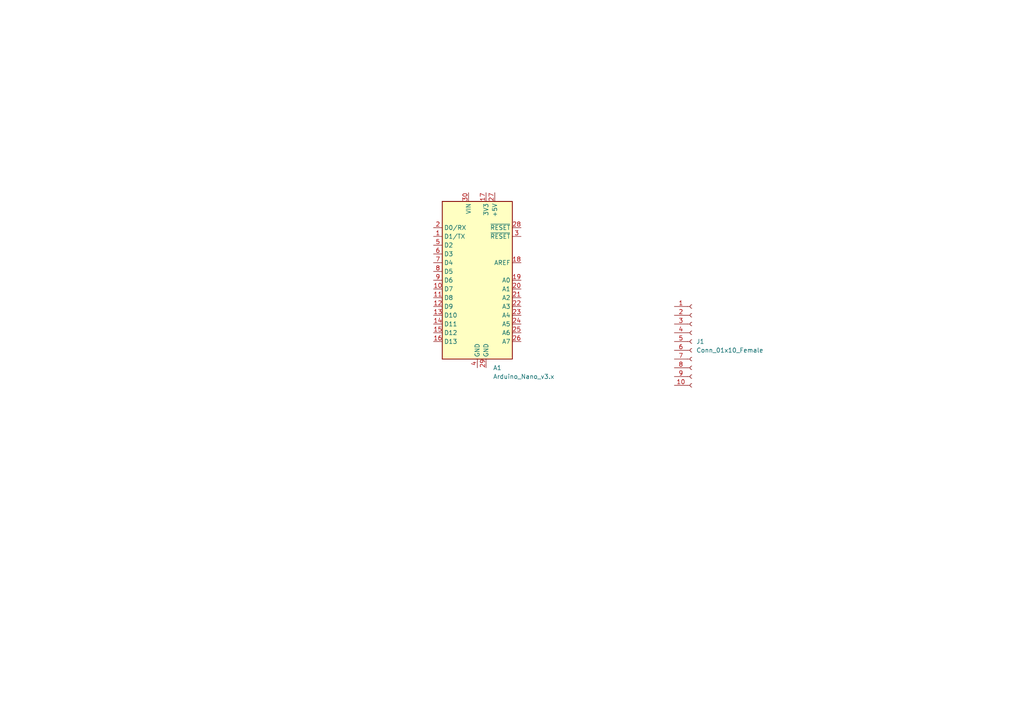
<source format=kicad_sch>
(kicad_sch (version 20211123) (generator eeschema)
  (paper "A4")
  (lib_symbols
    (symbol "Connector:Conn_01x10_Female" (pin_names (offset 1.016) hide)
      (property "Reference" "J" (at 0 12.7 0))
      (property "Value" "Conn_01x10_Female" (at 0 -15.24 0))
      (symbol "Conn_01x10_Female_1_1"
        (arc (start 0 -12.192) (mid -0.508 -12.7) (end 0 -13.208) (stroke (width 0.1524)))
        (arc (start 0 -9.652) (mid -0.508 -10.16) (end 0 -10.668) (stroke (width 0.1524)))
        (arc (start 0 -7.112) (mid -0.508 -7.62) (end 0 -8.128) (stroke (width 0.1524)))
        (arc (start 0 -4.572) (mid -0.508 -5.08) (end 0 -5.588) (stroke (width 0.1524)))
        (arc (start 0 -2.032) (mid -0.508 -2.54) (end 0 -3.048) (stroke (width 0.1524)))
        (polyline (pts (xy -1.27 -12.7) (xy -0.508 -12.7)) (stroke (width 0.1524)))
        (polyline (pts (xy -1.27 -10.16) (xy -0.508 -10.16)) (stroke (width 0.1524)))
        (polyline (pts (xy -1.27 -7.62) (xy -0.508 -7.62)) (stroke (width 0.1524)))
        (polyline (pts (xy -1.27 -5.08) (xy -0.508 -5.08)) (stroke (width 0.1524)))
        (polyline (pts (xy -1.27 -2.54) (xy -0.508 -2.54)) (stroke (width 0.1524)))
        (polyline (pts (xy -1.27 0) (xy -0.508 0)) (stroke (width 0.1524)))
        (polyline (pts (xy -1.27 2.54) (xy -0.508 2.54)) (stroke (width 0.1524)))
        (polyline (pts (xy -1.27 5.08) (xy -0.508 5.08)) (stroke (width 0.1524)))
        (polyline (pts (xy -1.27 7.62) (xy -0.508 7.62)) (stroke (width 0.1524)))
        (polyline (pts (xy -1.27 10.16) (xy -0.508 10.16)) (stroke (width 0.1524)))
        (arc (start 0 0.508) (mid -0.508 0) (end 0 -0.508) (stroke (width 0.1524)))
        (arc (start 0 3.048) (mid -0.508 2.54) (end 0 2.032) (stroke (width 0.1524)))
        (arc (start 0 5.588) (mid -0.508 5.08) (end 0 4.572) (stroke (width 0.1524)))
        (arc (start 0 8.128) (mid -0.508 7.62) (end 0 7.112) (stroke (width 0.1524)))
        (arc (start 0 10.668) (mid -0.508 10.16) (end 0 9.652) (stroke (width 0.1524)))
        (pin passive line (at -5.08 10.16 0) (length 3.81) (name "Pin_1") (number "1"))
        (pin passive line (at -5.08 -12.7 0) (length 3.81) (name "Pin_10") (number "10"))
        (pin passive line (at -5.08 7.62 0) (length 3.81) (name "Pin_2") (number "2"))
        (pin passive line (at -5.08 5.08 0) (length 3.81) (name "Pin_3") (number "3"))
        (pin passive line (at -5.08 2.54 0) (length 3.81) (name "Pin_4") (number "4"))
        (pin passive line (at -5.08 0 0) (length 3.81) (name "Pin_5") (number "5"))
        (pin passive line (at -5.08 -2.54 0) (length 3.81) (name "Pin_6") (number "6"))
        (pin passive line (at -5.08 -5.08 0) (length 3.81) (name "Pin_7") (number "7"))
        (pin passive line (at -5.08 -7.62 0) (length 3.81) (name "Pin_8") (number "8"))
        (pin passive line (at -5.08 -10.16 0) (length 3.81) (name "Pin_9") (number "9"))
      )
    )
    (symbol "MCU_Module:Arduino_Nano_v3.x"
      (property "Reference" "A" (at -10.16 23.495 0))
      (property "Value" "Arduino_Nano_v3.x" (at 5.08 -24.13 0))
      (symbol "Arduino_Nano_v3.x_0_1"
        (rectangle (start -10.16 22.86) (end 10.16 -22.86) (stroke (width 0.254)) (fill (type background)))
      )
      (symbol "Arduino_Nano_v3.x_1_1"
        (pin bidirectional line (at -12.7 12.7 0) (length 2.54) (name "D1/TX") (number "1"))
        (pin bidirectional line (at -12.7 -2.54 0) (length 2.54) (name "D7") (number "10"))
        (pin bidirectional line (at -12.7 -5.08 0) (length 2.54) (name "D8") (number "11"))
        (pin bidirectional line (at -12.7 -7.62 0) (length 2.54) (name "D9") (number "12"))
        (pin bidirectional line (at -12.7 -10.16 0) (length 2.54) (name "D10") (number "13"))
        (pin bidirectional line (at -12.7 -12.7 0) (length 2.54) (name "D11") (number "14"))
        (pin bidirectional line (at -12.7 -15.24 0) (length 2.54) (name "D12") (number "15"))
        (pin bidirectional line (at -12.7 -17.78 0) (length 2.54) (name "D13") (number "16"))
        (pin power_out line (at 2.54 25.4 270) (length 2.54) (name "3V3") (number "17"))
        (pin input line (at 12.7 5.08 180) (length 2.54) (name "AREF") (number "18"))
        (pin bidirectional line (at 12.7 0 180) (length 2.54) (name "A0") (number "19"))
        (pin bidirectional line (at -12.7 15.24 0) (length 2.54) (name "D0/RX") (number "2"))
        (pin bidirectional line (at 12.7 -2.54 180) (length 2.54) (name "A1") (number "20"))
        (pin bidirectional line (at 12.7 -5.08 180) (length 2.54) (name "A2") (number "21"))
        (pin bidirectional line (at 12.7 -7.62 180) (length 2.54) (name "A3") (number "22"))
        (pin bidirectional line (at 12.7 -10.16 180) (length 2.54) (name "A4") (number "23"))
        (pin bidirectional line (at 12.7 -12.7 180) (length 2.54) (name "A5") (number "24"))
        (pin bidirectional line (at 12.7 -15.24 180) (length 2.54) (name "A6") (number "25"))
        (pin bidirectional line (at 12.7 -17.78 180) (length 2.54) (name "A7") (number "26"))
        (pin power_out line (at 5.08 25.4 270) (length 2.54) (name "+5V") (number "27"))
        (pin input line (at 12.7 15.24 180) (length 2.54) (name "~{RESET}") (number "28"))
        (pin power_in line (at 2.54 -25.4 90) (length 2.54) (name "GND") (number "29"))
        (pin input line (at 12.7 12.7 180) (length 2.54) (name "~{RESET}") (number "3"))
        (pin power_in line (at -2.54 25.4 270) (length 2.54) (name "VIN") (number "30"))
        (pin power_in line (at 0 -25.4 90) (length 2.54) (name "GND") (number "4"))
        (pin bidirectional line (at -12.7 10.16 0) (length 2.54) (name "D2") (number "5"))
        (pin bidirectional line (at -12.7 7.62 0) (length 2.54) (name "D3") (number "6"))
        (pin bidirectional line (at -12.7 5.08 0) (length 2.54) (name "D4") (number "7"))
        (pin bidirectional line (at -12.7 2.54 0) (length 2.54) (name "D5") (number "8"))
        (pin bidirectional line (at -12.7 0 0) (length 2.54) (name "D6") (number "9"))
      )
    )
  )
  (symbol (lib_id "Connector:Conn_01x10_Female") (at 200.66 99.06 0) (unit 1)
    (property "Reference" "J1" (at 201.93 99.0599 0) (effects (justify left)))
    (property "Value" "Conn_01x10_Female" (at 201.93 101.5999 0) (effects (justify left)))
  )
  (symbol (lib_id "MCU_Module:Arduino_Nano_v3.x") (at 138.43 81.28 0) (unit 1)
    (property "Reference" "A1" (at 142.9894 106.68 0) (effects (justify left)))
    (property "Value" "Arduino_Nano_v3.x" (at 142.9894 109.22 0) (effects (justify left)))
    (property "Footprint" "Module:Arduino_Nano" (effects hide))
    (property "Datasheet" "http://www.mouser.com/pdfdocs/Gravitech_Arduino_Nano3_0.pdf" (effects hide))
  )
)
</source>
